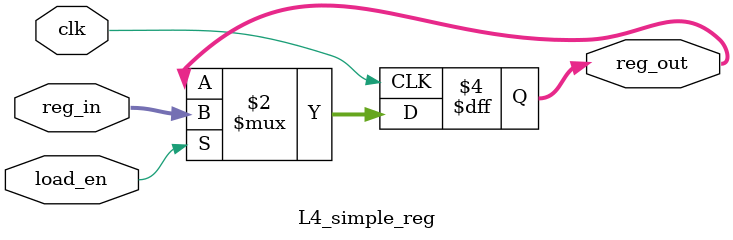
<source format=v>
module L4_simple_reg(
	input [15:0] reg_in,
	input load_en,
	input clk,
	output reg [15:0] reg_out
);


    always@(posedge clk)
    begin
        if(load_en)
			reg_out <= reg_in;
    end
    
endmodule
</source>
